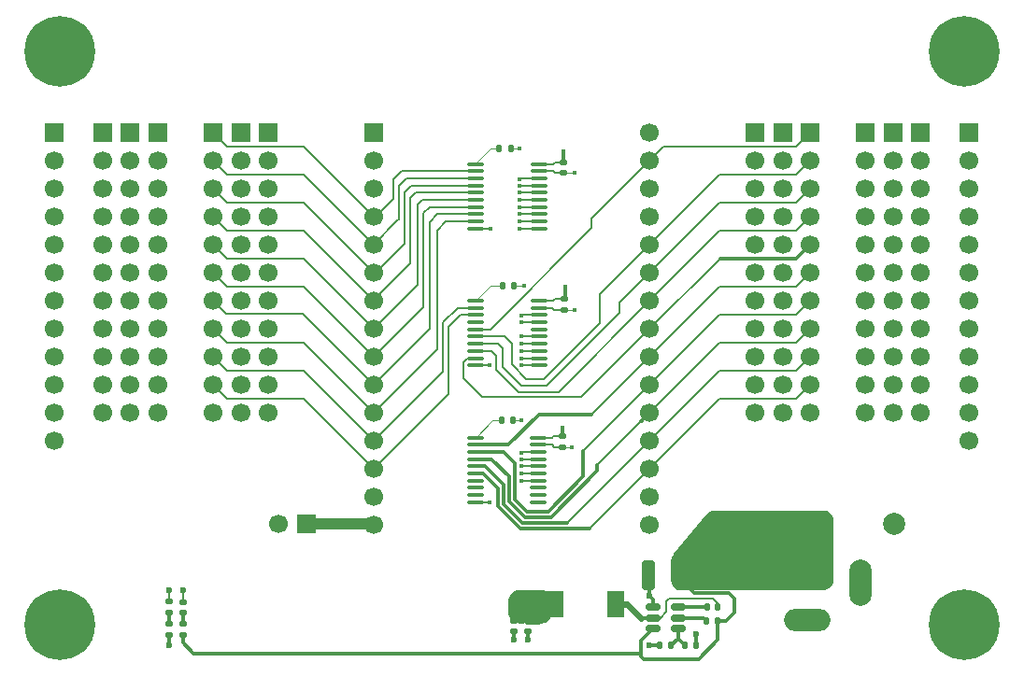
<source format=gbr>
%TF.GenerationSoftware,KiCad,Pcbnew,9.0.7*%
%TF.CreationDate,2026-02-14T10:56:32+01:00*%
%TF.ProjectId,ESP32_5V,45535033-325f-4355-962e-6b696361645f,rev?*%
%TF.SameCoordinates,Original*%
%TF.FileFunction,Copper,L1,Top*%
%TF.FilePolarity,Positive*%
%FSLAX46Y46*%
G04 Gerber Fmt 4.6, Leading zero omitted, Abs format (unit mm)*
G04 Created by KiCad (PCBNEW 9.0.7) date 2026-02-14 10:56:32*
%MOMM*%
%LPD*%
G01*
G04 APERTURE LIST*
G04 Aperture macros list*
%AMRoundRect*
0 Rectangle with rounded corners*
0 $1 Rounding radius*
0 $2 $3 $4 $5 $6 $7 $8 $9 X,Y pos of 4 corners*
0 Add a 4 corners polygon primitive as box body*
4,1,4,$2,$3,$4,$5,$6,$7,$8,$9,$2,$3,0*
0 Add four circle primitives for the rounded corners*
1,1,$1+$1,$2,$3*
1,1,$1+$1,$4,$5*
1,1,$1+$1,$6,$7*
1,1,$1+$1,$8,$9*
0 Add four rect primitives between the rounded corners*
20,1,$1+$1,$2,$3,$4,$5,0*
20,1,$1+$1,$4,$5,$6,$7,0*
20,1,$1+$1,$6,$7,$8,$9,0*
20,1,$1+$1,$8,$9,$2,$3,0*%
G04 Aperture macros list end*
%TA.AperFunction,ComponentPad*%
%ADD10C,0.800000*%
%TD*%
%TA.AperFunction,ComponentPad*%
%ADD11C,6.400000*%
%TD*%
%TA.AperFunction,SMDPad,CuDef*%
%ADD12RoundRect,0.135000X0.135000X0.185000X-0.135000X0.185000X-0.135000X-0.185000X0.135000X-0.185000X0*%
%TD*%
%TA.AperFunction,SMDPad,CuDef*%
%ADD13RoundRect,0.147500X-0.172500X0.147500X-0.172500X-0.147500X0.172500X-0.147500X0.172500X0.147500X0*%
%TD*%
%TA.AperFunction,ComponentPad*%
%ADD14R,4.600000X2.000000*%
%TD*%
%TA.AperFunction,ComponentPad*%
%ADD15O,4.200000X2.000000*%
%TD*%
%TA.AperFunction,ComponentPad*%
%ADD16O,2.000000X4.200000*%
%TD*%
%TA.AperFunction,ComponentPad*%
%ADD17R,1.700000X1.700000*%
%TD*%
%TA.AperFunction,ComponentPad*%
%ADD18C,1.700000*%
%TD*%
%TA.AperFunction,SMDPad,CuDef*%
%ADD19RoundRect,0.135000X-0.135000X-0.185000X0.135000X-0.185000X0.135000X0.185000X-0.135000X0.185000X0*%
%TD*%
%TA.AperFunction,SMDPad,CuDef*%
%ADD20RoundRect,0.140000X-0.170000X0.140000X-0.170000X-0.140000X0.170000X-0.140000X0.170000X0.140000X0*%
%TD*%
%TA.AperFunction,SMDPad,CuDef*%
%ADD21RoundRect,0.100000X-0.637500X-0.100000X0.637500X-0.100000X0.637500X0.100000X-0.637500X0.100000X0*%
%TD*%
%TA.AperFunction,SMDPad,CuDef*%
%ADD22RoundRect,0.135000X0.185000X-0.135000X0.185000X0.135000X-0.185000X0.135000X-0.185000X-0.135000X0*%
%TD*%
%TA.AperFunction,SMDPad,CuDef*%
%ADD23RoundRect,0.250000X0.325000X1.100000X-0.325000X1.100000X-0.325000X-1.100000X0.325000X-1.100000X0*%
%TD*%
%TA.AperFunction,SMDPad,CuDef*%
%ADD24RoundRect,0.140000X-0.140000X-0.170000X0.140000X-0.170000X0.140000X0.170000X-0.140000X0.170000X0*%
%TD*%
%TA.AperFunction,SMDPad,CuDef*%
%ADD25RoundRect,0.150000X-0.512500X-0.150000X0.512500X-0.150000X0.512500X0.150000X-0.512500X0.150000X0*%
%TD*%
%TA.AperFunction,SMDPad,CuDef*%
%ADD26R,1.500000X2.400000*%
%TD*%
%TA.AperFunction,SMDPad,CuDef*%
%ADD27C,2.000000*%
%TD*%
%TA.AperFunction,ViaPad*%
%ADD28C,0.600000*%
%TD*%
%TA.AperFunction,ViaPad*%
%ADD29C,0.400000*%
%TD*%
%TA.AperFunction,Conductor*%
%ADD30C,0.300000*%
%TD*%
%TA.AperFunction,Conductor*%
%ADD31C,0.200000*%
%TD*%
%TA.AperFunction,Conductor*%
%ADD32C,0.100000*%
%TD*%
%TA.AperFunction,Conductor*%
%ADD33C,0.700000*%
%TD*%
%TA.AperFunction,Conductor*%
%ADD34C,1.000000*%
%TD*%
%TA.AperFunction,Conductor*%
%ADD35C,0.600000*%
%TD*%
G04 APERTURE END LIST*
D10*
%TO.P,H2,1,1*%
%TO.N,GND*%
X142450000Y-35650000D03*
X143152944Y-33952944D03*
X143152944Y-37347056D03*
X144850000Y-33250000D03*
D11*
X144850000Y-35650000D03*
D10*
X144850000Y-38050000D03*
X146547056Y-33952944D03*
X146547056Y-37347056D03*
X147250000Y-35650000D03*
%TD*%
D12*
%TO.P,R10,1*%
%TO.N,Net-(U4-VFB)*%
X118260000Y-89500000D03*
%TO.P,R10,2*%
%TO.N,GND*%
X117240000Y-89500000D03*
%TD*%
%TO.P,R9,1*%
%TO.N,+5V*%
X120510000Y-89500000D03*
%TO.P,R9,2*%
%TO.N,Net-(U4-VFB)*%
X119490000Y-89500000D03*
%TD*%
D13*
%TO.P,D2,1,K*%
%TO.N,GND*%
X73991724Y-85551587D03*
%TO.P,D2,2,A*%
%TO.N,Net-(D2-A)*%
X73991724Y-86521587D03*
%TD*%
D14*
%TO.P,J17,1*%
%TO.N,VCC*%
X130600000Y-80900000D03*
D15*
%TO.P,J17,2*%
%TO.N,GND*%
X130600000Y-87200000D03*
D16*
%TO.P,J17,3*%
%TO.N,N/C*%
X135400000Y-83800000D03*
%TD*%
D10*
%TO.P,H4,1,1*%
%TO.N,GND*%
X142450000Y-87650000D03*
X143152944Y-85952944D03*
X143152944Y-89347056D03*
X144850000Y-85250000D03*
D11*
X144850000Y-87650000D03*
D10*
X144850000Y-90050000D03*
X146547056Y-85952944D03*
X146547056Y-89347056D03*
X147250000Y-87650000D03*
%TD*%
D17*
%TO.P,J7,1,Pin_1*%
%TO.N,/Conector_3V3/D22*%
X130850000Y-43000000D03*
D18*
%TO.P,J7,2,Pin_2*%
%TO.N,/Conector_3V3/D21*%
X130850000Y-45540000D03*
%TO.P,J7,3,Pin_3*%
%TO.N,/Conector_3V3/D19*%
X130850000Y-48080000D03*
%TO.P,J7,4,Pin_4*%
%TO.N,/Conector_3V3/D18*%
X130850000Y-50620000D03*
%TO.P,J7,5,Pin_5*%
%TO.N,/Conector_3V3/D5*%
X130850000Y-53160000D03*
%TO.P,J7,6,Pin_6*%
%TO.N,/Conector_3V3/D17*%
X130850000Y-55700000D03*
%TO.P,J7,7,Pin_7*%
%TO.N,/Conector_3V3/D16*%
X130850000Y-58240000D03*
%TO.P,J7,8,Pin_8*%
%TO.N,/Conector_3V3/D4*%
X130850000Y-60780000D03*
%TO.P,J7,9,Pin_9*%
%TO.N,/Conector_3V3/D2*%
X130850000Y-63320000D03*
%TO.P,J7,10,Pin_10*%
%TO.N,/Conector_3V3/D15*%
X130850000Y-65860000D03*
%TO.P,J7,11,Pin_11*%
%TO.N,unconnected-(J7-Pin_11-Pad11)*%
X130850000Y-68400000D03*
%TD*%
D19*
%TO.P,R8,1*%
%TO.N,Net-(U4-EN)*%
X121480000Y-87250000D03*
%TO.P,R8,2*%
%TO.N,VCC*%
X122500000Y-87250000D03*
%TD*%
D20*
%TO.P,C3,1*%
%TO.N,+5V*%
X108500000Y-45700000D03*
%TO.P,C3,2*%
%TO.N,GND*%
X108500000Y-46660000D03*
%TD*%
D19*
%TO.P,R2,1*%
%TO.N,Net-(U1-DIR)*%
X102950000Y-56850000D03*
%TO.P,R2,2*%
%TO.N,+5V*%
X103970000Y-56850000D03*
%TD*%
D17*
%TO.P,J11,1,Pin_1*%
%TO.N,GND*%
X71750000Y-43000000D03*
D18*
%TO.P,J11,2,Pin_2*%
X71750000Y-45540000D03*
%TO.P,J11,3,Pin_3*%
X71750000Y-48080000D03*
%TO.P,J11,4,Pin_4*%
X71750000Y-50620000D03*
%TO.P,J11,5,Pin_5*%
X71750000Y-53160000D03*
%TO.P,J11,6,Pin_6*%
X71750000Y-55700000D03*
%TO.P,J11,7,Pin_7*%
X71750000Y-58240000D03*
%TO.P,J11,8,Pin_8*%
X71750000Y-60780000D03*
%TO.P,J11,9,Pin_9*%
X71750000Y-63320000D03*
%TO.P,J11,10,Pin_10*%
X71750000Y-65860000D03*
%TO.P,J11,11,Pin_11*%
X71750000Y-68400000D03*
%TD*%
D21*
%TO.P,U5,1,DIR*%
%TO.N,Net-(U5-DIR)*%
X100525000Y-45850000D03*
%TO.P,U5,2,A1*%
%TO.N,/Conector_3V3/D34*%
X100525000Y-46500000D03*
%TO.P,U5,3,A2*%
%TO.N,/Conector_3V3/D35*%
X100525000Y-47150000D03*
%TO.P,U5,4,A3*%
%TO.N,/Conector_3V3/D32*%
X100525000Y-47800000D03*
%TO.P,U5,5,A4*%
%TO.N,/Conector_3V3/D33*%
X100525000Y-48450000D03*
%TO.P,U5,6,A5*%
%TO.N,/Conector_3V3/D25*%
X100525000Y-49100000D03*
%TO.P,U5,7,A6*%
%TO.N,/Conector_3V3/D26*%
X100525000Y-49750000D03*
%TO.P,U5,8,A7*%
%TO.N,/Conector_3V3/D27*%
X100525000Y-50400000D03*
%TO.P,U5,9,A8*%
%TO.N,/Conector_3V3/D14*%
X100525000Y-51050000D03*
%TO.P,U5,10,GND*%
%TO.N,GND*%
X100525000Y-51700000D03*
%TO.P,U5,11,B8*%
%TO.N,/Conector_5V/D14_5V*%
X106250000Y-51700000D03*
%TO.P,U5,12,B7*%
%TO.N,/Conector_5V/D27_5V*%
X106250000Y-51050000D03*
%TO.P,U5,13,B6*%
%TO.N,/Conector_5V/D26_5V*%
X106250000Y-50400000D03*
%TO.P,U5,14,B5*%
%TO.N,/Conector_5V/D25_5V*%
X106250000Y-49750000D03*
%TO.P,U5,15,B4*%
%TO.N,/Conector_5V/D33_5V*%
X106250000Y-49100000D03*
%TO.P,U5,16,B3*%
%TO.N,/Conector_5V/D32_5V*%
X106250000Y-48450000D03*
%TO.P,U5,17,B2*%
%TO.N,/Conector_5V/D35_5V*%
X106250000Y-47800000D03*
%TO.P,U5,18,B1*%
%TO.N,/Conector_5V/D34_5V*%
X106250000Y-47150000D03*
%TO.P,U5,19,~{OE}*%
%TO.N,GND*%
X106250000Y-46500000D03*
%TO.P,U5,20,VCC*%
%TO.N,+5V*%
X106250000Y-45850000D03*
%TD*%
D17*
%TO.P,J3,1,Pin_1*%
%TO.N,+3V3*%
X128350000Y-43000000D03*
D18*
%TO.P,J3,2,Pin_2*%
X128350000Y-45540000D03*
%TO.P,J3,3,Pin_3*%
X128350000Y-48080000D03*
%TO.P,J3,4,Pin_4*%
X128350000Y-50620000D03*
%TO.P,J3,5,Pin_5*%
X128350000Y-53160000D03*
%TO.P,J3,6,Pin_6*%
X128350000Y-55700000D03*
%TO.P,J3,7,Pin_7*%
X128350000Y-58240000D03*
%TO.P,J3,8,Pin_8*%
X128350000Y-60780000D03*
%TO.P,J3,9,Pin_9*%
X128350000Y-63320000D03*
%TO.P,J3,10,Pin_10*%
X128350000Y-65860000D03*
%TO.P,J3,11,Pin_11*%
X128350000Y-68400000D03*
%TD*%
D22*
%TO.P,R4,1*%
%TO.N,VCC*%
X74000000Y-88520000D03*
%TO.P,R4,2*%
%TO.N,Net-(D2-A)*%
X74000000Y-87500000D03*
%TD*%
D21*
%TO.P,U1,1,DIR*%
%TO.N,Net-(U1-DIR)*%
X100525000Y-58250000D03*
%TO.P,U1,2,A1*%
%TO.N,/Conector_3V3/D12*%
X100525000Y-58900000D03*
%TO.P,U1,3,A2*%
%TO.N,/Conector_3V3/D13*%
X100525000Y-59550000D03*
%TO.P,U1,4,A3*%
%TO.N,unconnected-(U1-A3-Pad4)*%
X100525000Y-60200000D03*
%TO.P,U1,5,A4*%
%TO.N,/Conector_3V3/D22*%
X100525000Y-60850000D03*
%TO.P,U1,6,A5*%
%TO.N,/Conector_3V3/D21*%
X100525000Y-61500000D03*
%TO.P,U1,7,A6*%
%TO.N,/Conector_3V3/D19*%
X100525000Y-62150000D03*
%TO.P,U1,8,A7*%
%TO.N,/Conector_3V3/D18*%
X100525000Y-62800000D03*
%TO.P,U1,9,A8*%
%TO.N,/Conector_3V3/D5*%
X100525000Y-63450000D03*
%TO.P,U1,10,GND*%
%TO.N,GND*%
X100525000Y-64100000D03*
%TO.P,U1,11,B8*%
%TO.N,/Conector_5V/D5_5V*%
X106250000Y-64100000D03*
%TO.P,U1,12,B7*%
%TO.N,/Conector_5V/D18_5V*%
X106250000Y-63450000D03*
%TO.P,U1,13,B6*%
%TO.N,/Conector_5V/D19_5V*%
X106250000Y-62800000D03*
%TO.P,U1,14,B5*%
%TO.N,/Conector_5V/D21_5V*%
X106250000Y-62150000D03*
%TO.P,U1,15,B4*%
%TO.N,/Conector_5V/D22_5V*%
X106250000Y-61500000D03*
%TO.P,U1,16,B3*%
%TO.N,unconnected-(U1-B3-Pad16)*%
X106250000Y-60850000D03*
%TO.P,U1,17,B2*%
%TO.N,/Conector_5V/D13_5V*%
X106250000Y-60200000D03*
%TO.P,U1,18,B1*%
%TO.N,/Conector_5V/D12_5V*%
X106250000Y-59550000D03*
%TO.P,U1,19,~{OE}*%
%TO.N,GND*%
X106250000Y-58900000D03*
%TO.P,U1,20,VCC*%
%TO.N,+5V*%
X106250000Y-58250000D03*
%TD*%
D17*
%TO.P,J16,1,Pin_1*%
%TO.N,/Conector_5V/D22_5V*%
X145250000Y-43000000D03*
D18*
%TO.P,J16,2,Pin_2*%
%TO.N,/Conector_5V/D21_5V*%
X145250000Y-45540000D03*
%TO.P,J16,3,Pin_3*%
%TO.N,/Conector_5V/D19_5V*%
X145250000Y-48080000D03*
%TO.P,J16,4,Pin_4*%
%TO.N,/Conector_5V/D18_5V*%
X145250000Y-50620000D03*
%TO.P,J16,5,Pin_5*%
%TO.N,/Conector_5V/D5_5V*%
X145250000Y-53160000D03*
%TO.P,J16,6,Pin_6*%
%TO.N,/Conector_5V/D17_5V*%
X145250000Y-55700000D03*
%TO.P,J16,7,Pin_7*%
%TO.N,/Conector_5V/D16_5V*%
X145250000Y-58240000D03*
%TO.P,J16,8,Pin_8*%
%TO.N,/Conector_5V/D4_5V*%
X145250000Y-60780000D03*
%TO.P,J16,9,Pin_9*%
%TO.N,/Conector_5V/D2_5V*%
X145250000Y-63320000D03*
%TO.P,J16,10,Pin_10*%
%TO.N,/Conector_5V/D15_5V*%
X145250000Y-65860000D03*
%TO.P,J16,11,Pin_11*%
%TO.N,+5V*%
X145250000Y-68400000D03*
%TO.P,J16,12,Pin_12*%
%TO.N,GND*%
X145250000Y-70940000D03*
%TD*%
D17*
%TO.P,J4,1,Pin_1*%
%TO.N,GND*%
X81750000Y-43000000D03*
D18*
%TO.P,J4,2,Pin_2*%
X81750000Y-45540000D03*
%TO.P,J4,3,Pin_3*%
X81750000Y-48080000D03*
%TO.P,J4,4,Pin_4*%
X81750000Y-50620000D03*
%TO.P,J4,5,Pin_5*%
X81750000Y-53160000D03*
%TO.P,J4,6,Pin_6*%
X81750000Y-55700000D03*
%TO.P,J4,7,Pin_7*%
X81750000Y-58240000D03*
%TO.P,J4,8,Pin_8*%
X81750000Y-60780000D03*
%TO.P,J4,9,Pin_9*%
X81750000Y-63320000D03*
%TO.P,J4,10,Pin_10*%
X81750000Y-65860000D03*
%TO.P,J4,11,Pin_11*%
X81750000Y-68400000D03*
%TD*%
D22*
%TO.P,R7,1*%
%TO.N,+5V*%
X72750000Y-88520000D03*
%TO.P,R7,2*%
%TO.N,Net-(D1-A)*%
X72750000Y-87500000D03*
%TD*%
D23*
%TO.P,C7,1*%
%TO.N,VCC*%
X119137500Y-83150000D03*
%TO.P,C7,2*%
%TO.N,GND*%
X116187500Y-83150000D03*
%TD*%
D17*
%TO.P,J10,1,Pin_1*%
%TO.N,GND*%
X135850000Y-43040000D03*
D18*
%TO.P,J10,2,Pin_2*%
X135850000Y-45580000D03*
%TO.P,J10,3,Pin_3*%
X135850000Y-48120000D03*
%TO.P,J10,4,Pin_4*%
X135850000Y-50660000D03*
%TO.P,J10,5,Pin_5*%
X135850000Y-53200000D03*
%TO.P,J10,6,Pin_6*%
X135850000Y-55740000D03*
%TO.P,J10,7,Pin_7*%
X135850000Y-58280000D03*
%TO.P,J10,8,Pin_8*%
X135850000Y-60820000D03*
%TO.P,J10,9,Pin_9*%
X135850000Y-63360000D03*
%TO.P,J10,10,Pin_10*%
X135850000Y-65900000D03*
%TO.P,J10,11,Pin_11*%
X135850000Y-68440000D03*
%TD*%
D20*
%TO.P,C1,1*%
%TO.N,+5V*%
X108600000Y-58100000D03*
%TO.P,C1,2*%
%TO.N,GND*%
X108600000Y-59060000D03*
%TD*%
%TO.P,C10,1*%
%TO.N,+5V*%
X105250000Y-87270000D03*
%TO.P,C10,2*%
%TO.N,GND*%
X105250000Y-88230000D03*
%TD*%
D19*
%TO.P,R3,1*%
%TO.N,Net-(U2-DIR)*%
X102865000Y-69100000D03*
%TO.P,R3,2*%
%TO.N,+5V*%
X103885000Y-69100000D03*
%TD*%
D17*
%TO.P,J15,1,Pin_1*%
%TO.N,/Conector_5V/D34_5V*%
X62350000Y-43000000D03*
D18*
%TO.P,J15,2,Pin_2*%
%TO.N,/Conector_5V/D35_5V*%
X62350000Y-45540000D03*
%TO.P,J15,3,Pin_3*%
%TO.N,/Conector_5V/D32_5V*%
X62350000Y-48080000D03*
%TO.P,J15,4,Pin_4*%
%TO.N,/Conector_5V/D33_5V*%
X62350000Y-50620000D03*
%TO.P,J15,5,Pin_5*%
%TO.N,/Conector_5V/D25_5V*%
X62350000Y-53160000D03*
%TO.P,J15,6,Pin_6*%
%TO.N,/Conector_5V/D26_5V*%
X62350000Y-55700000D03*
%TO.P,J15,7,Pin_7*%
%TO.N,/Conector_5V/D27_5V*%
X62350000Y-58240000D03*
%TO.P,J15,8,Pin_8*%
%TO.N,/Conector_5V/D14_5V*%
X62350000Y-60780000D03*
%TO.P,J15,9,Pin_9*%
%TO.N,/Conector_5V/D12_5V*%
X62350000Y-63320000D03*
%TO.P,J15,10,Pin_10*%
%TO.N,/Conector_5V/D13_5V*%
X62350000Y-65860000D03*
%TO.P,J15,11,Pin_11*%
%TO.N,+5V*%
X62350000Y-68400000D03*
%TO.P,J15,12,Pin_12*%
%TO.N,GND*%
X62350000Y-70940000D03*
%TD*%
D17*
%TO.P,J9,1,Pin_1*%
%TO.N,+5V*%
X69250000Y-43000000D03*
D18*
%TO.P,J9,2,Pin_2*%
X69250000Y-45540000D03*
%TO.P,J9,3,Pin_3*%
X69250000Y-48080000D03*
%TO.P,J9,4,Pin_4*%
X69250000Y-50620000D03*
%TO.P,J9,5,Pin_5*%
X69250000Y-53160000D03*
%TO.P,J9,6,Pin_6*%
X69250000Y-55700000D03*
%TO.P,J9,7,Pin_7*%
X69250000Y-58240000D03*
%TO.P,J9,8,Pin_8*%
X69250000Y-60780000D03*
%TO.P,J9,9,Pin_9*%
X69250000Y-63320000D03*
%TO.P,J9,10,Pin_10*%
X69250000Y-65860000D03*
%TO.P,J9,11,Pin_11*%
X69250000Y-68400000D03*
%TD*%
D10*
%TO.P,H1,1,1*%
%TO.N,GND*%
X60450000Y-35650000D03*
X61152944Y-33952944D03*
X61152944Y-37347056D03*
X62850000Y-33250000D03*
D11*
X62850000Y-35650000D03*
D10*
X62850000Y-38050000D03*
X64547056Y-33952944D03*
X64547056Y-37347056D03*
X65250000Y-35650000D03*
%TD*%
D13*
%TO.P,D1,1,K*%
%TO.N,GND*%
X72750000Y-85530000D03*
%TO.P,D1,2,A*%
%TO.N,Net-(D1-A)*%
X72750000Y-86500000D03*
%TD*%
D24*
%TO.P,C8,1*%
%TO.N,Net-(U4-VBST)*%
X121540000Y-86000000D03*
%TO.P,C8,2*%
%TO.N,Net-(U4-SW)*%
X122500000Y-86000000D03*
%TD*%
D20*
%TO.P,C2,1*%
%TO.N,+5V*%
X108425000Y-70550000D03*
%TO.P,C2,2*%
%TO.N,GND*%
X108425000Y-71510000D03*
%TD*%
D17*
%TO.P,J13,1,Pin_1*%
%TO.N,/Conector_5V/D22_5V*%
X140850000Y-43040000D03*
D18*
%TO.P,J13,2,Pin_2*%
%TO.N,/Conector_5V/D21_5V*%
X140850000Y-45580000D03*
%TO.P,J13,3,Pin_3*%
%TO.N,/Conector_5V/D19_5V*%
X140850000Y-48120000D03*
%TO.P,J13,4,Pin_4*%
%TO.N,/Conector_5V/D18_5V*%
X140850000Y-50660000D03*
%TO.P,J13,5,Pin_5*%
%TO.N,/Conector_5V/D5_5V*%
X140850000Y-53200000D03*
%TO.P,J13,6,Pin_6*%
%TO.N,/Conector_5V/D17_5V*%
X140850000Y-55740000D03*
%TO.P,J13,7,Pin_7*%
%TO.N,/Conector_5V/D16_5V*%
X140850000Y-58280000D03*
%TO.P,J13,8,Pin_8*%
%TO.N,/Conector_5V/D4_5V*%
X140850000Y-60820000D03*
%TO.P,J13,9,Pin_9*%
%TO.N,/Conector_5V/D2_5V*%
X140850000Y-63360000D03*
%TO.P,J13,10,Pin_10*%
%TO.N,/Conector_5V/D15_5V*%
X140850000Y-65900000D03*
%TO.P,J13,11,Pin_11*%
%TO.N,unconnected-(J13-Pin_11-Pad11)*%
X140850000Y-68440000D03*
%TD*%
D25*
%TO.P,U4,1,GND*%
%TO.N,GND*%
X116612500Y-86050000D03*
%TO.P,U4,2,SW*%
%TO.N,Net-(U4-SW)*%
X116612500Y-87000000D03*
%TO.P,U4,3,IN*%
%TO.N,VCC*%
X116612500Y-87950000D03*
%TO.P,U4,4,VFB*%
%TO.N,Net-(U4-VFB)*%
X118887500Y-87950000D03*
%TO.P,U4,5,EN*%
%TO.N,Net-(U4-EN)*%
X118887500Y-87000000D03*
%TO.P,U4,6,VBST*%
%TO.N,Net-(U4-VBST)*%
X118887500Y-86050000D03*
%TD*%
D17*
%TO.P,JP1,1,A*%
%TO.N,Net-(JP1-A)*%
X85250000Y-78500000D03*
D18*
%TO.P,JP1,2,B*%
%TO.N,+5V*%
X82710000Y-78500000D03*
%TD*%
D17*
%TO.P,J5,1,Pin_1*%
%TO.N,GND*%
X125850000Y-43000000D03*
D18*
%TO.P,J5,2,Pin_2*%
X125850000Y-45540000D03*
%TO.P,J5,3,Pin_3*%
X125850000Y-48080000D03*
%TO.P,J5,4,Pin_4*%
X125850000Y-50620000D03*
%TO.P,J5,5,Pin_5*%
X125850000Y-53160000D03*
%TO.P,J5,6,Pin_6*%
X125850000Y-55700000D03*
%TO.P,J5,7,Pin_7*%
X125850000Y-58240000D03*
%TO.P,J5,8,Pin_8*%
X125850000Y-60780000D03*
%TO.P,J5,9,Pin_9*%
X125850000Y-63320000D03*
%TO.P,J5,10,Pin_10*%
X125850000Y-65860000D03*
%TO.P,J5,11,Pin_11*%
X125850000Y-68400000D03*
%TD*%
D19*
%TO.P,R1,1*%
%TO.N,Net-(U5-DIR)*%
X102690000Y-44450000D03*
%TO.P,R1,2*%
%TO.N,+5V*%
X103710000Y-44450000D03*
%TD*%
D26*
%TO.P,L1,1,1*%
%TO.N,Net-(U4-SW)*%
X113250000Y-85750000D03*
%TO.P,L1,2,2*%
%TO.N,+5V*%
X107750000Y-85750000D03*
%TD*%
D17*
%TO.P,J14,1*%
%TO.N,unconnected-(J14-Pad1)*%
X91300000Y-43000000D03*
D18*
%TO.P,J14,2*%
%TO.N,unconnected-(J14-Pad2)*%
X91300000Y-45540000D03*
%TO.P,J14,3*%
%TO.N,unconnected-(J14-Pad3)*%
X91300000Y-48080000D03*
%TO.P,J14,4*%
%TO.N,/Conector_3V3/D34*%
X91300000Y-50620000D03*
%TO.P,J14,5*%
%TO.N,/Conector_3V3/D35*%
X91300000Y-53160000D03*
%TO.P,J14,6*%
%TO.N,/Conector_3V3/D32*%
X91300000Y-55700000D03*
%TO.P,J14,7*%
%TO.N,/Conector_3V3/D33*%
X91300000Y-58240000D03*
%TO.P,J14,8*%
%TO.N,/Conector_3V3/D25*%
X91300000Y-60780000D03*
%TO.P,J14,9*%
%TO.N,/Conector_3V3/D26*%
X91300000Y-63320000D03*
%TO.P,J14,10*%
%TO.N,/Conector_3V3/D27*%
X91300000Y-65860000D03*
%TO.P,J14,11*%
%TO.N,/Conector_3V3/D14*%
X91300000Y-68400000D03*
%TO.P,J14,12*%
%TO.N,/Conector_3V3/D12*%
X91300000Y-70940000D03*
%TO.P,J14,13*%
%TO.N,/Conector_3V3/D13*%
X91300000Y-73480000D03*
%TO.P,J14,14*%
%TO.N,GND*%
X91300000Y-76020000D03*
%TO.P,J14,15*%
%TO.N,Net-(JP1-A)*%
X91300000Y-78560000D03*
%TO.P,J14,16*%
%TO.N,unconnected-(J14-Pad16)*%
X116300000Y-43000000D03*
%TO.P,J14,17*%
%TO.N,/Conector_3V3/D22*%
X116300000Y-45540000D03*
%TO.P,J14,18*%
%TO.N,unconnected-(J14-Pad18)*%
X116300000Y-48080000D03*
%TO.P,J14,19*%
%TO.N,unconnected-(J14-Pad19)*%
X116300000Y-50620000D03*
%TO.P,J14,20*%
%TO.N,/Conector_3V3/D21*%
X116300000Y-53160000D03*
%TO.P,J14,21*%
%TO.N,/Conector_3V3/D19*%
X116300000Y-55700000D03*
%TO.P,J14,22*%
%TO.N,/Conector_3V3/D18*%
X116300000Y-58240000D03*
%TO.P,J14,23*%
%TO.N,/Conector_3V3/D5*%
X116300000Y-60780000D03*
%TO.P,J14,24*%
%TO.N,/Conector_3V3/D17*%
X116300000Y-63320000D03*
%TO.P,J14,25*%
%TO.N,/Conector_3V3/D16*%
X116300000Y-65860000D03*
%TO.P,J14,26*%
%TO.N,/Conector_3V3/D4*%
X116300000Y-68400000D03*
%TO.P,J14,27*%
%TO.N,/Conector_3V3/D2*%
X116300000Y-70940000D03*
%TO.P,J14,28*%
%TO.N,/Conector_3V3/D15*%
X116300000Y-73480000D03*
%TO.P,J14,29*%
%TO.N,GND*%
X116300000Y-76020000D03*
%TO.P,J14,30*%
%TO.N,+3V3*%
X116300000Y-78560000D03*
%TD*%
D21*
%TO.P,U2,1,DIR*%
%TO.N,Net-(U2-DIR)*%
X100500000Y-70650000D03*
%TO.P,U2,2,A1*%
%TO.N,/Conector_3V3/D17*%
X100500000Y-71300000D03*
%TO.P,U2,3,A2*%
%TO.N,/Conector_3V3/D16*%
X100500000Y-71950000D03*
%TO.P,U2,4,A3*%
%TO.N,/Conector_3V3/D4*%
X100500000Y-72600000D03*
%TO.P,U2,5,A4*%
%TO.N,/Conector_3V3/D2*%
X100500000Y-73250000D03*
%TO.P,U2,6,A5*%
%TO.N,/Conector_3V3/D15*%
X100500000Y-73900000D03*
%TO.P,U2,7,A6*%
%TO.N,unconnected-(U2-A6-Pad7)*%
X100500000Y-74550000D03*
%TO.P,U2,8,A7*%
%TO.N,unconnected-(U2-A7-Pad8)*%
X100500000Y-75200000D03*
%TO.P,U2,9,A8*%
%TO.N,unconnected-(U2-A8-Pad9)*%
X100500000Y-75850000D03*
%TO.P,U2,10,GND*%
%TO.N,GND*%
X100500000Y-76500000D03*
%TO.P,U2,11,B8*%
%TO.N,unconnected-(U2-B8-Pad11)*%
X106225000Y-76500000D03*
%TO.P,U2,12,B7*%
%TO.N,unconnected-(U2-B7-Pad12)*%
X106225000Y-75850000D03*
%TO.P,U2,13,B6*%
%TO.N,unconnected-(U2-B6-Pad13)*%
X106225000Y-75200000D03*
%TO.P,U2,14,B5*%
%TO.N,/Conector_5V/D15_5V*%
X106225000Y-74550000D03*
%TO.P,U2,15,B4*%
%TO.N,/Conector_5V/D2_5V*%
X106225000Y-73900000D03*
%TO.P,U2,16,B3*%
%TO.N,/Conector_5V/D4_5V*%
X106225000Y-73250000D03*
%TO.P,U2,17,B2*%
%TO.N,/Conector_5V/D16_5V*%
X106225000Y-72600000D03*
%TO.P,U2,18,B1*%
%TO.N,/Conector_5V/D17_5V*%
X106225000Y-71950000D03*
%TO.P,U2,19,~{OE}*%
%TO.N,GND*%
X106225000Y-71300000D03*
%TO.P,U2,20,VCC*%
%TO.N,+5V*%
X106225000Y-70650000D03*
%TD*%
D17*
%TO.P,J6,1,Pin_1*%
%TO.N,/Conector_3V3/D34*%
X76750000Y-43000000D03*
D18*
%TO.P,J6,2,Pin_2*%
%TO.N,/Conector_3V3/D35*%
X76750000Y-45540000D03*
%TO.P,J6,3,Pin_3*%
%TO.N,/Conector_3V3/D32*%
X76750000Y-48080000D03*
%TO.P,J6,4,Pin_4*%
%TO.N,/Conector_3V3/D33*%
X76750000Y-50620000D03*
%TO.P,J6,5,Pin_5*%
%TO.N,/Conector_3V3/D25*%
X76750000Y-53160000D03*
%TO.P,J6,6,Pin_6*%
%TO.N,/Conector_3V3/D26*%
X76750000Y-55700000D03*
%TO.P,J6,7,Pin_7*%
%TO.N,/Conector_3V3/D27*%
X76750000Y-58240000D03*
%TO.P,J6,8,Pin_8*%
%TO.N,/Conector_3V3/D14*%
X76750000Y-60780000D03*
%TO.P,J6,9,Pin_9*%
%TO.N,/Conector_3V3/D12*%
X76750000Y-63320000D03*
%TO.P,J6,10,Pin_10*%
%TO.N,/Conector_3V3/D13*%
X76750000Y-65860000D03*
%TO.P,J6,11,Pin_11*%
%TO.N,unconnected-(J6-Pin_11-Pad11)*%
X76750000Y-68400000D03*
%TD*%
D17*
%TO.P,J2,1,Pin_1*%
%TO.N,+3V3*%
X79250000Y-43000000D03*
D18*
%TO.P,J2,2,Pin_2*%
X79250000Y-45540000D03*
%TO.P,J2,3,Pin_3*%
X79250000Y-48080000D03*
%TO.P,J2,4,Pin_4*%
X79250000Y-50620000D03*
%TO.P,J2,5,Pin_5*%
X79250000Y-53160000D03*
%TO.P,J2,6,Pin_6*%
X79250000Y-55700000D03*
%TO.P,J2,7,Pin_7*%
X79250000Y-58240000D03*
%TO.P,J2,8,Pin_8*%
X79250000Y-60780000D03*
%TO.P,J2,9,Pin_9*%
X79250000Y-63320000D03*
%TO.P,J2,10,Pin_10*%
X79250000Y-65860000D03*
%TO.P,J2,11,Pin_11*%
X79250000Y-68400000D03*
%TD*%
D27*
%TO.P,TP1,1,1*%
%TO.N,+5V*%
X138500000Y-78500000D03*
%TD*%
%TO.P,TP2,1,1*%
%TO.N,VCC*%
X123000000Y-79250000D03*
%TD*%
D17*
%TO.P,J8,1,Pin_1*%
%TO.N,+5V*%
X138350000Y-43040000D03*
D18*
%TO.P,J8,2,Pin_2*%
X138350000Y-45580000D03*
%TO.P,J8,3,Pin_3*%
X138350000Y-48120000D03*
%TO.P,J8,4,Pin_4*%
X138350000Y-50660000D03*
%TO.P,J8,5,Pin_5*%
X138350000Y-53200000D03*
%TO.P,J8,6,Pin_6*%
X138350000Y-55740000D03*
%TO.P,J8,7,Pin_7*%
X138350000Y-58280000D03*
%TO.P,J8,8,Pin_8*%
X138350000Y-60820000D03*
%TO.P,J8,9,Pin_9*%
X138350000Y-63360000D03*
%TO.P,J8,10,Pin_10*%
X138350000Y-65900000D03*
%TO.P,J8,11,Pin_11*%
X138350000Y-68440000D03*
%TD*%
D17*
%TO.P,J12,1,Pin_1*%
%TO.N,/Conector_5V/D34_5V*%
X66750000Y-43000000D03*
D18*
%TO.P,J12,2,Pin_2*%
%TO.N,/Conector_5V/D35_5V*%
X66750000Y-45540000D03*
%TO.P,J12,3,Pin_3*%
%TO.N,/Conector_5V/D32_5V*%
X66750000Y-48080000D03*
%TO.P,J12,4,Pin_4*%
%TO.N,/Conector_5V/D33_5V*%
X66750000Y-50620000D03*
%TO.P,J12,5,Pin_5*%
%TO.N,/Conector_5V/D25_5V*%
X66750000Y-53160000D03*
%TO.P,J12,6,Pin_6*%
%TO.N,/Conector_5V/D26_5V*%
X66750000Y-55700000D03*
%TO.P,J12,7,Pin_7*%
%TO.N,/Conector_5V/D27_5V*%
X66750000Y-58240000D03*
%TO.P,J12,8,Pin_8*%
%TO.N,/Conector_5V/D14_5V*%
X66750000Y-60780000D03*
%TO.P,J12,9,Pin_9*%
%TO.N,/Conector_5V/D12_5V*%
X66750000Y-63320000D03*
%TO.P,J12,10,Pin_10*%
%TO.N,/Conector_5V/D13_5V*%
X66750000Y-65860000D03*
%TO.P,J12,11,Pin_11*%
%TO.N,unconnected-(J12-Pin_11-Pad11)*%
X66750000Y-68400000D03*
%TD*%
D10*
%TO.P,H3,1,1*%
%TO.N,GND*%
X60450000Y-87650000D03*
X61152944Y-85952944D03*
X61152944Y-89347056D03*
X62850000Y-85250000D03*
D11*
X62850000Y-87650000D03*
D10*
X62850000Y-90050000D03*
X64547056Y-85952944D03*
X64547056Y-89347056D03*
X65250000Y-87650000D03*
%TD*%
D20*
%TO.P,C9,1*%
%TO.N,+5V*%
X104000000Y-87290000D03*
%TO.P,C9,2*%
%TO.N,GND*%
X104000000Y-88250000D03*
%TD*%
D28*
%TO.N,+5V*%
X72750000Y-89500000D03*
D29*
X104900000Y-56850000D03*
X104550000Y-44450000D03*
D28*
X138500000Y-78500000D03*
D29*
X108500000Y-44700000D03*
D28*
X120500000Y-88500000D03*
D29*
X108400000Y-69750000D03*
D28*
X105750000Y-85750000D03*
D29*
X108650000Y-57000000D03*
X104700000Y-69100000D03*
%TO.N,GND*%
X101825000Y-76500000D03*
D28*
X104000000Y-89000000D03*
X74000000Y-84500000D03*
D29*
X109550000Y-59050000D03*
D28*
X116250000Y-89500000D03*
X72750000Y-84500000D03*
D29*
X109225000Y-71550000D03*
D28*
X105250000Y-89000000D03*
D29*
X101850000Y-51700000D03*
X101800000Y-64100000D03*
D28*
X116250000Y-85000000D03*
D29*
X109500000Y-46650000D03*
%TO.N,/Conector_5V/D26_5V*%
X104500000Y-50400000D03*
%TO.N,/Conector_5V/D14_5V*%
X104500000Y-51700000D03*
%TO.N,/Conector_5V/D32_5V*%
X104500000Y-48450000D03*
%TO.N,/Conector_5V/D34_5V*%
X104500000Y-47200000D03*
%TO.N,/Conector_5V/D33_5V*%
X104500000Y-49100000D03*
%TO.N,/Conector_5V/D25_5V*%
X104500000Y-49750000D03*
%TO.N,/Conector_5V/D35_5V*%
X104500000Y-47800000D03*
%TO.N,/Conector_5V/D27_5V*%
X104500000Y-51050000D03*
%TO.N,/Conector_5V/D12_5V*%
X104650000Y-59600000D03*
%TO.N,/Conector_5V/D18_5V*%
X104650000Y-63450000D03*
%TO.N,/Conector_5V/D21_5V*%
X104650000Y-62150000D03*
%TO.N,/Conector_5V/D19_5V*%
X104650000Y-62800000D03*
%TO.N,/Conector_5V/D13_5V*%
X104650000Y-60200000D03*
%TO.N,/Conector_5V/D5_5V*%
X104650000Y-64100000D03*
%TO.N,/Conector_5V/D22_5V*%
X104650000Y-61500000D03*
%TO.N,/Conector_5V/D15_5V*%
X104675000Y-74550000D03*
%TO.N,/Conector_5V/D17_5V*%
X104675000Y-72000000D03*
%TO.N,/Conector_5V/D4_5V*%
X104675000Y-73250000D03*
%TO.N,/Conector_5V/D2_5V*%
X104675000Y-73900000D03*
%TO.N,/Conector_5V/D16_5V*%
X104675000Y-72600000D03*
%TD*%
D30*
%TO.N,+5V*%
X108500000Y-44700000D02*
X108500000Y-45700000D01*
X120510000Y-88510000D02*
X120500000Y-88500000D01*
X105230000Y-87290000D02*
X105250000Y-87270000D01*
D31*
X107550000Y-58250000D02*
X107700000Y-58100000D01*
X108500000Y-45700000D02*
X107750000Y-45700000D01*
X107475000Y-70650000D02*
X107575000Y-70550000D01*
D30*
X120510000Y-89500000D02*
X120510000Y-88510000D01*
X108400000Y-69750000D02*
X108400000Y-70525000D01*
D32*
X104900000Y-56850000D02*
X103970000Y-56850000D01*
D31*
X107600000Y-45850000D02*
X106250000Y-45850000D01*
D33*
X106230000Y-87270000D02*
X107750000Y-85750000D01*
D30*
X108650000Y-58050000D02*
X108600000Y-58100000D01*
X72750000Y-89500000D02*
X72750000Y-88520000D01*
D31*
X106225000Y-70650000D02*
X107475000Y-70650000D01*
D30*
X104000000Y-87290000D02*
X105230000Y-87290000D01*
D31*
X106250000Y-58250000D02*
X107550000Y-58250000D01*
X107575000Y-70550000D02*
X108425000Y-70550000D01*
X107750000Y-45700000D02*
X107600000Y-45850000D01*
D33*
X105250000Y-87270000D02*
X106230000Y-87270000D01*
D32*
X104550000Y-44450000D02*
X103710000Y-44450000D01*
D30*
X108650000Y-57000000D02*
X108650000Y-58050000D01*
X108400000Y-70525000D02*
X108425000Y-70550000D01*
D31*
X107700000Y-58100000D02*
X108600000Y-58100000D01*
D32*
X104700000Y-69100000D02*
X103885000Y-69100000D01*
%TO.N,GND*%
X109550000Y-59050000D02*
X108610000Y-59050000D01*
D31*
X107550000Y-46500000D02*
X107710000Y-46660000D01*
X106225000Y-71300000D02*
X107475000Y-71300000D01*
D30*
X105250000Y-88230000D02*
X105250000Y-89000000D01*
D31*
X100525000Y-51700000D02*
X101850000Y-51700000D01*
D32*
X108610000Y-59050000D02*
X108600000Y-59060000D01*
D31*
X106250000Y-58900000D02*
X107500000Y-58900000D01*
D30*
X116250000Y-89500000D02*
X117240000Y-89500000D01*
D31*
X72750000Y-85530000D02*
X72750000Y-84500000D01*
X107710000Y-46660000D02*
X108500000Y-46660000D01*
X107500000Y-58900000D02*
X107660000Y-59060000D01*
X107685000Y-71510000D02*
X108425000Y-71510000D01*
D32*
X109225000Y-71550000D02*
X108465000Y-71550000D01*
X109490000Y-46660000D02*
X108500000Y-46660000D01*
D30*
X116612500Y-86050000D02*
X116612500Y-85362500D01*
X104000000Y-89000000D02*
X104000000Y-88250000D01*
D31*
X100525000Y-64100000D02*
X101800000Y-64100000D01*
D32*
X109500000Y-46650000D02*
X109490000Y-46660000D01*
D30*
X116250000Y-85000000D02*
X116250000Y-83562500D01*
X116250000Y-83562500D02*
X116187500Y-83500000D01*
D31*
X101825000Y-76500000D02*
X100500000Y-76500000D01*
D30*
X116612500Y-85362500D02*
X116250000Y-85000000D01*
D31*
X107660000Y-59060000D02*
X108600000Y-59060000D01*
D32*
X108465000Y-71550000D02*
X108425000Y-71510000D01*
D31*
X74000000Y-85530000D02*
X74000000Y-84500000D01*
X106250000Y-46500000D02*
X107550000Y-46500000D01*
X107475000Y-71300000D02*
X107685000Y-71510000D01*
%TO.N,/Conector_3V3/D33*%
X91300000Y-58196471D02*
X94650000Y-54846471D01*
X78030000Y-51900000D02*
X76750000Y-50620000D01*
X84960000Y-51900000D02*
X78030000Y-51900000D01*
X91300000Y-58240000D02*
X84960000Y-51900000D01*
X94650000Y-48950000D02*
X95150000Y-48450000D01*
X95150000Y-48450000D02*
X100525000Y-48450000D01*
X94650000Y-54846471D02*
X94650000Y-48950000D01*
X91300000Y-58240000D02*
X91300000Y-58196471D01*
%TO.N,/Conector_3V3/D12*%
X98900000Y-58900000D02*
X100525000Y-58900000D01*
X97600000Y-60200000D02*
X98900000Y-58900000D01*
X91300000Y-70940000D02*
X97600000Y-64640000D01*
X78030000Y-64600000D02*
X76750000Y-63320000D01*
X84960000Y-64600000D02*
X78030000Y-64600000D01*
X91300000Y-70940000D02*
X84960000Y-64600000D01*
X97600000Y-64640000D02*
X97600000Y-60200000D01*
%TO.N,/Conector_3V3/D32*%
X94102000Y-53098000D02*
X94102000Y-48398000D01*
X78020000Y-49350000D02*
X76750000Y-48080000D01*
X94102000Y-48398000D02*
X94700000Y-47800000D01*
X94700000Y-47800000D02*
X100525000Y-47800000D01*
X91500000Y-55700000D02*
X94102000Y-53098000D01*
X91300000Y-55700000D02*
X91500000Y-55700000D01*
X84950000Y-49350000D02*
X78020000Y-49350000D01*
X91300000Y-55700000D02*
X84950000Y-49350000D01*
%TO.N,/Conector_3V3/D26*%
X91300000Y-63320000D02*
X84930000Y-56950000D01*
X78000000Y-56950000D02*
X76750000Y-55700000D01*
X96350000Y-49750000D02*
X100525000Y-49750000D01*
X91300000Y-63320000D02*
X95800000Y-58820000D01*
X95800000Y-58820000D02*
X95800000Y-50300000D01*
X84930000Y-56950000D02*
X78000000Y-56950000D01*
X95800000Y-50300000D02*
X96350000Y-49750000D01*
%TO.N,/Conector_3V3/D34*%
X78000000Y-44250000D02*
X76750000Y-43000000D01*
X93100000Y-49000000D02*
X93100000Y-47250000D01*
X93850000Y-46500000D02*
X100525000Y-46500000D01*
X93100000Y-47250000D02*
X93850000Y-46500000D01*
X91300000Y-50620000D02*
X91480000Y-50620000D01*
X84930000Y-44250000D02*
X78000000Y-44250000D01*
X91300000Y-50620000D02*
X84930000Y-44250000D01*
X91480000Y-50620000D02*
X93100000Y-49000000D01*
%TO.N,/Conector_3V3/D25*%
X95700000Y-49100000D02*
X95250000Y-49550000D01*
X95250000Y-49550000D02*
X95250000Y-56830000D01*
X84970000Y-54450000D02*
X78040000Y-54450000D01*
X78040000Y-54450000D02*
X76750000Y-53160000D01*
X100525000Y-49100000D02*
X95700000Y-49100000D01*
X95250000Y-56830000D02*
X91300000Y-60780000D01*
X91300000Y-60780000D02*
X84970000Y-54450000D01*
%TO.N,/Conector_3V3/D14*%
X97050000Y-62650000D02*
X97050000Y-51850000D01*
X84950000Y-62050000D02*
X78020000Y-62050000D01*
X78020000Y-62050000D02*
X76750000Y-60780000D01*
X97050000Y-51850000D02*
X97850000Y-51050000D01*
X91300000Y-68400000D02*
X84950000Y-62050000D01*
X91300000Y-68400000D02*
X97050000Y-62650000D01*
X97850000Y-51050000D02*
X100525000Y-51050000D01*
%TO.N,/Conector_3V3/D27*%
X91300000Y-65860000D02*
X84881000Y-59441000D01*
X91300000Y-65860000D02*
X96400000Y-60760000D01*
X77951000Y-59441000D02*
X76750000Y-58240000D01*
X96400000Y-60760000D02*
X96400000Y-51100000D01*
X84881000Y-59441000D02*
X77951000Y-59441000D01*
X97100000Y-50400000D02*
X100525000Y-50400000D01*
X96400000Y-51100000D02*
X97100000Y-50400000D01*
%TO.N,/Conector_3V3/D13*%
X91300000Y-73480000D02*
X84920000Y-67100000D01*
X99200000Y-59550000D02*
X100525000Y-59550000D01*
X98100000Y-60650000D02*
X99200000Y-59550000D01*
X91300000Y-73480000D02*
X98100000Y-66680000D01*
X84920000Y-67100000D02*
X77990000Y-67100000D01*
X98100000Y-66680000D02*
X98100000Y-60650000D01*
X77990000Y-67100000D02*
X76750000Y-65860000D01*
%TO.N,/Conector_3V3/D35*%
X91300000Y-53160000D02*
X84940000Y-46800000D01*
X94250000Y-47150000D02*
X100525000Y-47150000D01*
X84940000Y-46800000D02*
X78010000Y-46800000D01*
X93601000Y-47799000D02*
X94250000Y-47150000D01*
X93460000Y-51000000D02*
X93460000Y-50990000D01*
X78010000Y-46800000D02*
X76750000Y-45540000D01*
X93460000Y-50990000D02*
X93601000Y-50849000D01*
X93601000Y-50849000D02*
X93601000Y-47799000D01*
X91300000Y-53160000D02*
X93460000Y-51000000D01*
D30*
%TO.N,/Conector_3V3/D2*%
X101400000Y-73250000D02*
X103049000Y-74899000D01*
X103049000Y-76666041D02*
X104784960Y-78402000D01*
D31*
X108838000Y-78402000D02*
X116300000Y-70940000D01*
D30*
X104784960Y-78402000D02*
X108838000Y-78402000D01*
X103049000Y-74899000D02*
X103049000Y-76666041D01*
D31*
X116300000Y-70940000D02*
X122640000Y-64600000D01*
D30*
X100500000Y-73250000D02*
X101400000Y-73250000D01*
D31*
X122640000Y-64600000D02*
X129570000Y-64600000D01*
X129570000Y-64600000D02*
X130850000Y-63320000D01*
D30*
%TO.N,VCC*%
X124000000Y-85250000D02*
X124000000Y-86500000D01*
X123000000Y-79637500D02*
X123000000Y-79250000D01*
X115500000Y-90250000D02*
X75000000Y-90250000D01*
X120387500Y-84750000D02*
X123500000Y-84750000D01*
X122500000Y-89000000D02*
X122500000Y-87250000D01*
X115500000Y-90500000D02*
X115750000Y-90750000D01*
X115500000Y-89062500D02*
X115500000Y-90250000D01*
X75000000Y-90250000D02*
X74000000Y-89250000D01*
X115500000Y-90250000D02*
X115500000Y-90500000D01*
X116612500Y-87950000D02*
X115500000Y-89062500D01*
X123500000Y-84750000D02*
X124000000Y-85250000D01*
X124650000Y-80900000D02*
X130600000Y-80900000D01*
X123250000Y-87250000D02*
X122500000Y-87250000D01*
X74000000Y-89250000D02*
X74000000Y-88520000D01*
X123000000Y-79250000D02*
X124650000Y-80900000D01*
X120750000Y-90750000D02*
X122500000Y-89000000D01*
X115750000Y-90750000D02*
X120750000Y-90750000D01*
X119137500Y-83500000D02*
X120387500Y-84750000D01*
X124000000Y-86500000D02*
X123250000Y-87250000D01*
X119137500Y-83500000D02*
X123000000Y-79637500D01*
%TO.N,/Conector_3V3/D15*%
X100500000Y-73900000D02*
X101228082Y-73900000D01*
X102548000Y-75219918D02*
X102548000Y-76873563D01*
D31*
X116300000Y-73480000D02*
X122630000Y-67150000D01*
D30*
X104577440Y-78903000D02*
X110877000Y-78903000D01*
D31*
X110877000Y-78903000D02*
X116300000Y-73480000D01*
X122630000Y-67150000D02*
X129560000Y-67150000D01*
X129560000Y-67150000D02*
X130850000Y-65860000D01*
D30*
X102548000Y-76873563D02*
X104577440Y-78903000D01*
X101228082Y-73900000D02*
X102548000Y-75219918D01*
D31*
%TO.N,/Conector_3V3/D19*%
X116300000Y-55700000D02*
X122650000Y-49350000D01*
X113550000Y-59350000D02*
X113550000Y-58450000D01*
X100525000Y-62150000D02*
X102600000Y-62150000D01*
X102600000Y-62150000D02*
X103000000Y-62550000D01*
X106950000Y-65950000D02*
X113550000Y-59350000D01*
X104700000Y-65950000D02*
X106950000Y-65950000D01*
X122650000Y-49350000D02*
X129580000Y-49350000D01*
X103000000Y-64250000D02*
X104700000Y-65950000D01*
X129580000Y-49350000D02*
X130850000Y-48080000D01*
X103000000Y-62550000D02*
X103000000Y-64250000D01*
X113550000Y-58450000D02*
X116300000Y-55700000D01*
%TO.N,/Conector_3V3/D22*%
X100525000Y-60850000D02*
X101850000Y-60850000D01*
X101850000Y-60850000D02*
X111050000Y-51650000D01*
X130850000Y-43000000D02*
X129600000Y-44250000D01*
X111050000Y-51650000D02*
X111050000Y-50790000D01*
X111050000Y-50790000D02*
X116300000Y-45540000D01*
X129600000Y-44250000D02*
X117590000Y-44250000D01*
X117590000Y-44250000D02*
X116300000Y-45540000D01*
D30*
%TO.N,/Conector_3V3/D5*%
X129610000Y-54400000D02*
X130850000Y-53160000D01*
D31*
X101151000Y-67001000D02*
X110079000Y-67001000D01*
X99436500Y-63810418D02*
X99436500Y-65286500D01*
X99796918Y-63450000D02*
X99436500Y-63810418D01*
X116300000Y-60780000D02*
X122680000Y-54400000D01*
D30*
X122680000Y-54400000D02*
X129610000Y-54400000D01*
D31*
X100525000Y-63450000D02*
X99796918Y-63450000D01*
X110079000Y-67001000D02*
X116300000Y-60780000D01*
X99436500Y-65286500D02*
X101151000Y-67001000D01*
%TO.N,/Conector_3V3/D4*%
X116300000Y-68400000D02*
X122650000Y-62050000D01*
D30*
X107307520Y-77901000D02*
X107358521Y-77850000D01*
X115550000Y-69150000D02*
X115622000Y-69150000D01*
X115586000Y-69114000D02*
X116300000Y-68400000D01*
X115622000Y-69150000D02*
X115586000Y-69114000D01*
D31*
X111550000Y-73150000D02*
X115550000Y-69150000D01*
D30*
X103550000Y-76458520D02*
X104992480Y-77901000D01*
X104992480Y-77901000D02*
X107307520Y-77901000D01*
D31*
X129580000Y-62050000D02*
X130850000Y-60780000D01*
X122650000Y-62050000D02*
X129580000Y-62050000D01*
D30*
X100500000Y-72600000D02*
X102000000Y-72600000D01*
X107358521Y-77850000D02*
X111550000Y-73658520D01*
X102000000Y-72600000D02*
X103550000Y-74150000D01*
X111550000Y-73658520D02*
X111550000Y-73150000D01*
X103550000Y-74150000D02*
X103550000Y-76458520D01*
D31*
%TO.N,/Conector_3V3/D21*%
X105120768Y-65350000D02*
X106700000Y-65350000D01*
X122660000Y-46800000D02*
X129590000Y-46800000D01*
X129590000Y-46800000D02*
X130850000Y-45540000D01*
X103800000Y-64029232D02*
X105120768Y-65350000D01*
X103800000Y-62150000D02*
X103800000Y-64029232D01*
X111800000Y-57660000D02*
X116300000Y-53160000D01*
X103150000Y-61500000D02*
X103800000Y-62150000D01*
X111800000Y-60250000D02*
X111800000Y-57660000D01*
X106700000Y-65350000D02*
X111800000Y-60250000D01*
X116300000Y-53160000D02*
X122660000Y-46800000D01*
X100525000Y-61500000D02*
X103150000Y-61500000D01*
%TO.N,/Conector_3V3/D18*%
X102400000Y-63250000D02*
X102400000Y-64500000D01*
X116300000Y-58240000D02*
X122640000Y-51900000D01*
X129570000Y-51900000D02*
X130850000Y-50620000D01*
X100525000Y-62800000D02*
X101950000Y-62800000D01*
X104400000Y-66500000D02*
X108040000Y-66500000D01*
X102400000Y-64500000D02*
X104400000Y-66500000D01*
X108040000Y-66500000D02*
X116300000Y-58240000D01*
X101950000Y-62800000D02*
X102400000Y-63250000D01*
X122640000Y-51900000D02*
X129570000Y-51900000D01*
D30*
%TO.N,/Conector_3V3/D17*%
X103500000Y-71300000D02*
X106250000Y-68550000D01*
D31*
X116300000Y-63320000D02*
X122620000Y-57000000D01*
X122620000Y-57000000D02*
X129550000Y-57000000D01*
X129550000Y-57000000D02*
X130850000Y-55700000D01*
D30*
X100500000Y-71300000D02*
X103500000Y-71300000D01*
D31*
X111070000Y-68550000D02*
X116300000Y-63320000D01*
D30*
X106250000Y-68550000D02*
X111070000Y-68550000D01*
%TO.N,/Conector_3V3/D16*%
X104050000Y-76250000D02*
X105200000Y-77400000D01*
X103050000Y-71950000D02*
X104050000Y-72950000D01*
X107100000Y-77400000D02*
X110300000Y-74200000D01*
D31*
X122660000Y-59500000D02*
X129590000Y-59500000D01*
X116300000Y-65860000D02*
X122660000Y-59500000D01*
D30*
X100500000Y-71950000D02*
X103050000Y-71950000D01*
X104050000Y-72950000D02*
X104050000Y-76250000D01*
D31*
X110300000Y-71860000D02*
X116300000Y-65860000D01*
D30*
X105200000Y-77400000D02*
X107100000Y-77400000D01*
X110300000Y-74200000D02*
X110300000Y-71860000D01*
D31*
X129590000Y-59500000D02*
X130850000Y-58240000D01*
%TO.N,/Conector_5V/D26_5V*%
X106250000Y-50400000D02*
X104500000Y-50400000D01*
%TO.N,/Conector_5V/D14_5V*%
X106250000Y-51700000D02*
X104500000Y-51700000D01*
%TO.N,/Conector_5V/D32_5V*%
X106250000Y-48450000D02*
X104500000Y-48450000D01*
%TO.N,/Conector_5V/D34_5V*%
X106250000Y-47150000D02*
X104550000Y-47150000D01*
X104550000Y-47150000D02*
X104500000Y-47200000D01*
%TO.N,/Conector_5V/D33_5V*%
X106250000Y-49100000D02*
X104500000Y-49100000D01*
%TO.N,/Conector_5V/D25_5V*%
X106250000Y-49750000D02*
X104500000Y-49750000D01*
%TO.N,/Conector_5V/D35_5V*%
X106250000Y-47800000D02*
X104500000Y-47800000D01*
%TO.N,/Conector_5V/D27_5V*%
X106250000Y-51050000D02*
X104500000Y-51050000D01*
%TO.N,/Conector_5V/D12_5V*%
X104700000Y-59550000D02*
X104650000Y-59600000D01*
X106250000Y-59550000D02*
X104700000Y-59550000D01*
%TO.N,/Conector_5V/D18_5V*%
X106250000Y-63450000D02*
X104650000Y-63450000D01*
D30*
X145210000Y-50660000D02*
X145250000Y-50620000D01*
%TO.N,/Conector_5V/D21_5V*%
X145210000Y-45580000D02*
X145250000Y-45540000D01*
D31*
X106250000Y-62150000D02*
X104650000Y-62150000D01*
D30*
%TO.N,/Conector_5V/D19_5V*%
X145210000Y-48120000D02*
X145250000Y-48080000D01*
D31*
X106250000Y-62800000D02*
X104650000Y-62800000D01*
%TO.N,/Conector_5V/D13_5V*%
X106250000Y-60200000D02*
X104650000Y-60200000D01*
%TO.N,/Conector_5V/D5_5V*%
X106250000Y-64100000D02*
X104650000Y-64100000D01*
D30*
X145210000Y-53200000D02*
X145250000Y-53160000D01*
D31*
%TO.N,/Conector_5V/D22_5V*%
X106250000Y-61500000D02*
X104650000Y-61500000D01*
D30*
X145210000Y-43040000D02*
X145250000Y-43000000D01*
%TO.N,/Conector_5V/D15_5V*%
X145210000Y-65900000D02*
X145250000Y-65860000D01*
D31*
X104675000Y-74550000D02*
X106225000Y-74550000D01*
%TO.N,/Conector_5V/D17_5V*%
X104725000Y-71950000D02*
X104675000Y-72000000D01*
D30*
X145210000Y-55740000D02*
X145250000Y-55700000D01*
D31*
X106225000Y-71950000D02*
X104725000Y-71950000D01*
D30*
%TO.N,/Conector_5V/D4_5V*%
X145210000Y-60820000D02*
X145250000Y-60780000D01*
D31*
X106225000Y-73250000D02*
X104675000Y-73250000D01*
%TO.N,/Conector_5V/D2_5V*%
X106225000Y-73900000D02*
X104675000Y-73900000D01*
D30*
X145210000Y-63360000D02*
X145250000Y-63320000D01*
D31*
%TO.N,/Conector_5V/D16_5V*%
X106225000Y-72600000D02*
X104675000Y-72600000D01*
D30*
X145210000Y-58280000D02*
X145250000Y-58240000D01*
D34*
%TO.N,Net-(JP1-A)*%
X85250000Y-78500000D02*
X91240000Y-78500000D01*
D30*
X91240000Y-78500000D02*
X91300000Y-78560000D01*
X91110000Y-78750000D02*
X91300000Y-78560000D01*
%TO.N,Net-(D1-A)*%
X72750000Y-86500000D02*
X72750000Y-87500000D01*
D31*
%TO.N,Net-(U4-SW)*%
X122059999Y-85250000D02*
X118050000Y-85250000D01*
X122500000Y-85690001D02*
X122059999Y-85250000D01*
D30*
X115500000Y-87000000D02*
X116612500Y-87000000D01*
D35*
X114250000Y-85750000D02*
X115500000Y-87000000D01*
D31*
X117800000Y-86474999D02*
X117274999Y-87000000D01*
X117274999Y-87000000D02*
X116612500Y-87000000D01*
X118050000Y-85250000D02*
X117800000Y-85500000D01*
X117800000Y-85500000D02*
X117800000Y-86474999D01*
D35*
X113250000Y-85750000D02*
X114250000Y-85750000D01*
D31*
X122500000Y-86000000D02*
X122500000Y-85690001D01*
D30*
%TO.N,Net-(U4-VBST)*%
X118887500Y-86050000D02*
X121490000Y-86050000D01*
X121490000Y-86050000D02*
X121540000Y-86000000D01*
%TO.N,Net-(U4-EN)*%
X118887500Y-87000000D02*
X121230000Y-87000000D01*
X121230000Y-87000000D02*
X121480000Y-87250000D01*
%TO.N,Net-(U4-VFB)*%
X118887500Y-87950000D02*
X118887500Y-88872500D01*
X118887500Y-88872500D02*
X118260000Y-89500000D01*
X119490000Y-89500000D02*
X119490000Y-89475000D01*
X119490000Y-89475000D02*
X118887500Y-88872500D01*
D32*
%TO.N,Net-(U1-DIR)*%
X101925000Y-56850000D02*
X102950000Y-56850000D01*
X100525000Y-58250000D02*
X101925000Y-56850000D01*
%TO.N,Net-(U2-DIR)*%
X100500000Y-70650000D02*
X102050000Y-69100000D01*
X102050000Y-69100000D02*
X102865000Y-69100000D01*
D30*
%TO.N,Net-(D2-A)*%
X74000000Y-86500000D02*
X74000000Y-87500000D01*
D32*
%TO.N,Net-(U5-DIR)*%
X100525000Y-45850000D02*
X100525000Y-45775000D01*
X100525000Y-45775000D02*
X101850000Y-44450000D01*
X101850000Y-44450000D02*
X102690000Y-44450000D01*
%TD*%
%TA.AperFunction,Conductor*%
%TO.N,+5V*%
G36*
X106506061Y-84500597D02*
G01*
X106682941Y-84518018D01*
X106706769Y-84522757D01*
X106871001Y-84572576D01*
X106893453Y-84581877D01*
X107044798Y-84662772D01*
X107065010Y-84676277D01*
X107197666Y-84785145D01*
X107214854Y-84802333D01*
X107323722Y-84934989D01*
X107337227Y-84955201D01*
X107418121Y-85106543D01*
X107427424Y-85129001D01*
X107477240Y-85293224D01*
X107481982Y-85317065D01*
X107499403Y-85493938D01*
X107500000Y-85506092D01*
X107500000Y-86493907D01*
X107499403Y-86506061D01*
X107481982Y-86682934D01*
X107477240Y-86706775D01*
X107427424Y-86870998D01*
X107418121Y-86893456D01*
X107337227Y-87044798D01*
X107323722Y-87065010D01*
X107214854Y-87197666D01*
X107197666Y-87214854D01*
X107065010Y-87323722D01*
X107044798Y-87337227D01*
X106893456Y-87418121D01*
X106870998Y-87427424D01*
X106706775Y-87477240D01*
X106682934Y-87481982D01*
X106506061Y-87499403D01*
X106493907Y-87500000D01*
X105702628Y-87500000D01*
X105668033Y-87495076D01*
X105520997Y-87452357D01*
X105520991Y-87452356D01*
X105484697Y-87449500D01*
X105484690Y-87449500D01*
X105015310Y-87449500D01*
X105015302Y-87449500D01*
X104979008Y-87452356D01*
X104979002Y-87452357D01*
X104831967Y-87495076D01*
X104797372Y-87500000D01*
X104506093Y-87500000D01*
X104493939Y-87499403D01*
X104317065Y-87481982D01*
X104293224Y-87477240D01*
X104129001Y-87427424D01*
X104106543Y-87418121D01*
X103955201Y-87337227D01*
X103934989Y-87323722D01*
X103802333Y-87214854D01*
X103785145Y-87197666D01*
X103676277Y-87065010D01*
X103662772Y-87044798D01*
X103581878Y-86893456D01*
X103572575Y-86870998D01*
X103522757Y-86706769D01*
X103518018Y-86682941D01*
X103500597Y-86506061D01*
X103500000Y-86493907D01*
X103500000Y-85506092D01*
X103500597Y-85493938D01*
X103518018Y-85317056D01*
X103522757Y-85293232D01*
X103572577Y-85128994D01*
X103581875Y-85106549D01*
X103662775Y-84955195D01*
X103676272Y-84934995D01*
X103785149Y-84802328D01*
X103802328Y-84785149D01*
X103934995Y-84676272D01*
X103955195Y-84662775D01*
X104106549Y-84581875D01*
X104128994Y-84572577D01*
X104293232Y-84522757D01*
X104317056Y-84518018D01*
X104493939Y-84500597D01*
X104506093Y-84500000D01*
X106493907Y-84500000D01*
X106506061Y-84500597D01*
G37*
%TD.AperFunction*%
%TD*%
%TA.AperFunction,Conductor*%
%TO.N,VCC*%
G36*
X132006061Y-77250597D02*
G01*
X132182941Y-77268018D01*
X132206769Y-77272757D01*
X132371001Y-77322576D01*
X132393453Y-77331877D01*
X132544798Y-77412772D01*
X132565008Y-77426276D01*
X132687684Y-77526953D01*
X132697666Y-77535145D01*
X132714854Y-77552333D01*
X132823722Y-77684989D01*
X132837227Y-77705201D01*
X132918121Y-77856543D01*
X132927424Y-77879001D01*
X132977240Y-78043224D01*
X132981982Y-78067065D01*
X132999403Y-78243938D01*
X133000000Y-78256092D01*
X133000000Y-83493907D01*
X132999403Y-83506061D01*
X132981982Y-83682934D01*
X132977240Y-83706775D01*
X132927424Y-83870998D01*
X132918121Y-83893456D01*
X132837227Y-84044798D01*
X132823722Y-84065010D01*
X132714854Y-84197666D01*
X132697666Y-84214854D01*
X132565010Y-84323722D01*
X132544798Y-84337227D01*
X132393456Y-84418121D01*
X132370998Y-84427424D01*
X132206775Y-84477240D01*
X132182934Y-84481982D01*
X132006061Y-84499403D01*
X131993907Y-84500000D01*
X119256093Y-84500000D01*
X119243939Y-84499403D01*
X119067065Y-84481982D01*
X119043224Y-84477240D01*
X118879001Y-84427424D01*
X118856543Y-84418121D01*
X118705201Y-84337227D01*
X118684989Y-84323722D01*
X118552333Y-84214854D01*
X118535145Y-84197666D01*
X118426277Y-84065010D01*
X118412772Y-84044798D01*
X118331878Y-83893456D01*
X118322575Y-83870998D01*
X118272757Y-83706769D01*
X118268018Y-83682941D01*
X118250597Y-83506061D01*
X118250000Y-83493907D01*
X118250000Y-81865887D01*
X118250815Y-81851698D01*
X118274614Y-81645333D01*
X118281078Y-81617682D01*
X118348802Y-81428912D01*
X118361389Y-81403461D01*
X118474207Y-81229030D01*
X118482599Y-81217558D01*
X121445652Y-77619564D01*
X121454886Y-77609533D01*
X121597865Y-77470435D01*
X121619386Y-77453684D01*
X121783447Y-77352833D01*
X121808118Y-77341190D01*
X121990258Y-77278660D01*
X122016880Y-77272695D01*
X122215121Y-77250753D01*
X122228762Y-77250000D01*
X131993907Y-77250000D01*
X132006061Y-77250597D01*
G37*
%TD.AperFunction*%
%TD*%
M02*

</source>
